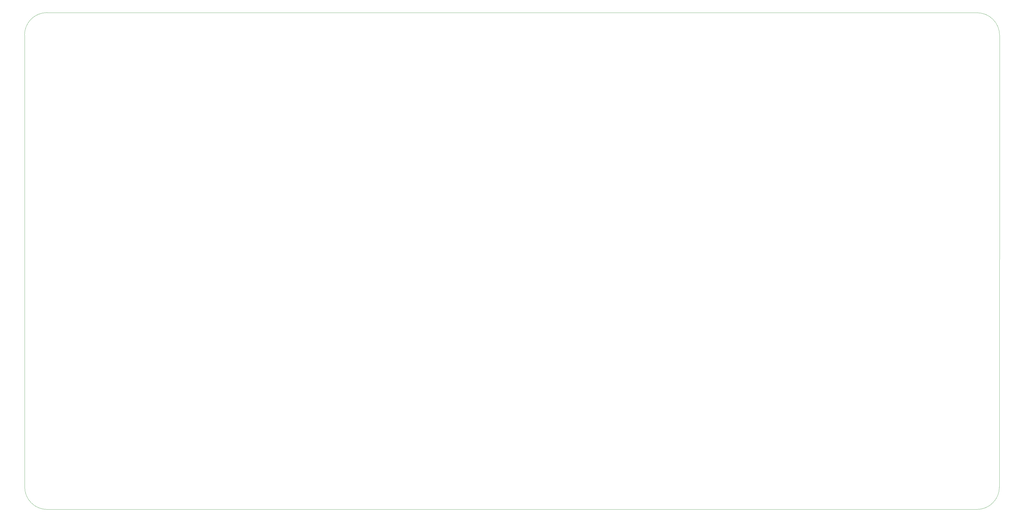
<source format=gbr>
%TF.GenerationSoftware,KiCad,Pcbnew,7.0.8*%
%TF.CreationDate,2023-10-19T20:38:54-05:00*%
%TF.ProjectId,VesselV2,56657373-656c-4563-922e-6b696361645f,rev?*%
%TF.SameCoordinates,Original*%
%TF.FileFunction,Profile,NP*%
%FSLAX46Y46*%
G04 Gerber Fmt 4.6, Leading zero omitted, Abs format (unit mm)*
G04 Created by KiCad (PCBNEW 7.0.8) date 2023-10-19 20:38:54*
%MOMM*%
%LPD*%
G01*
G04 APERTURE LIST*
%TA.AperFunction,Profile*%
%ADD10C,0.100000*%
%TD*%
G04 APERTURE END LIST*
D10*
X428568590Y-223781090D02*
G75*
G03*
X436506090Y-215843590I10J7937490D01*
G01*
X91337660Y-215843590D02*
G75*
G03*
X99275160Y-223781090I7937500J0D01*
G01*
X428568590Y-223781090D02*
X99275160Y-223781090D01*
X436506090Y-215843590D02*
X436562500Y-55618910D01*
X99218750Y-47625000D02*
G75*
G03*
X91281250Y-55562500I0J-7937500D01*
G01*
X91281250Y-55562500D02*
X91337660Y-215843590D01*
X436562490Y-55618910D02*
G75*
G03*
X428625000Y-47681410I-7937490J10D01*
G01*
X428625000Y-47681410D02*
X99218750Y-47625000D01*
M02*

</source>
